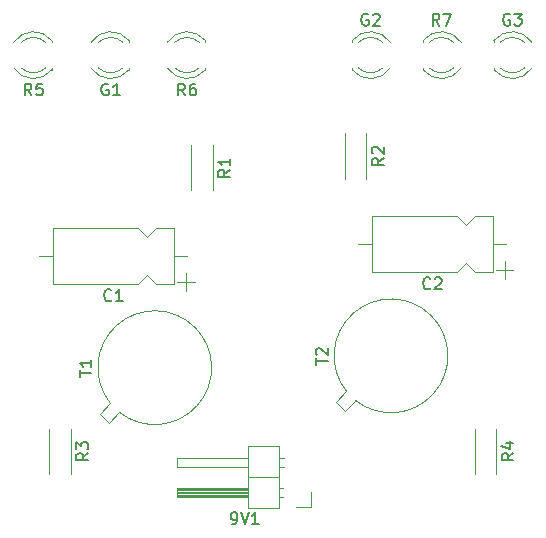
<source format=gbr>
%TF.GenerationSoftware,KiCad,Pcbnew,(5.1.12)-1*%
%TF.CreationDate,2023-08-13T12:23:47+05:30*%
%TF.ProjectId,dancing led,64616e63-696e-4672-906c-65642e6b6963,rev?*%
%TF.SameCoordinates,Original*%
%TF.FileFunction,Legend,Top*%
%TF.FilePolarity,Positive*%
%FSLAX46Y46*%
G04 Gerber Fmt 4.6, Leading zero omitted, Abs format (unit mm)*
G04 Created by KiCad (PCBNEW (5.1.12)-1) date 2023-08-13 12:23:47*
%MOMM*%
%LPD*%
G01*
G04 APERTURE LIST*
%ADD10C,0.120000*%
%ADD11C,0.150000*%
G04 APERTURE END LIST*
D10*
%TO.C,T2*%
X169002629Y-102234674D02*
G75*
G03*
X168225098Y-101457084I2997371J3774674D01*
G01*
X168225098Y-101457084D02*
X167334144Y-102348039D01*
X167334144Y-102348039D02*
X168111961Y-103125856D01*
X168111961Y-103125856D02*
X169002916Y-102234902D01*
%TO.C,T1*%
X149002629Y-103234674D02*
G75*
G03*
X148225098Y-102457084I2997371J3774674D01*
G01*
X148225098Y-102457084D02*
X147334144Y-103348039D01*
X147334144Y-103348039D02*
X148111961Y-104125856D01*
X148111961Y-104125856D02*
X149002916Y-103234902D01*
%TO.C,R7*%
X177311130Y-74079837D02*
G75*
G02*
X175229039Y-74080000I-1041130J1079837D01*
G01*
X177311130Y-71920163D02*
G75*
G03*
X175229039Y-71920000I-1041130J-1079837D01*
G01*
X177942335Y-74078608D02*
G75*
G02*
X174710000Y-74235516I-1672335J1078608D01*
G01*
X177942335Y-71921392D02*
G75*
G03*
X174710000Y-71764484I-1672335J-1078608D01*
G01*
X174710000Y-71764000D02*
X174710000Y-71920000D01*
X174710000Y-74080000D02*
X174710000Y-74236000D01*
%TO.C,R6*%
X153688870Y-71920163D02*
G75*
G02*
X155770961Y-71920000I1041130J-1079837D01*
G01*
X153688870Y-74079837D02*
G75*
G03*
X155770961Y-74080000I1041130J1079837D01*
G01*
X153057665Y-71921392D02*
G75*
G02*
X156290000Y-71764484I1672335J-1078608D01*
G01*
X153057665Y-74078608D02*
G75*
G03*
X156290000Y-74235516I1672335J1078608D01*
G01*
X156290000Y-74236000D02*
X156290000Y-74080000D01*
X156290000Y-71920000D02*
X156290000Y-71764000D01*
%TO.C,R5*%
X140688870Y-71920163D02*
G75*
G02*
X142770961Y-71920000I1041130J-1079837D01*
G01*
X140688870Y-74079837D02*
G75*
G03*
X142770961Y-74080000I1041130J1079837D01*
G01*
X140057665Y-71921392D02*
G75*
G02*
X143290000Y-71764484I1672335J-1078608D01*
G01*
X140057665Y-74078608D02*
G75*
G03*
X143290000Y-74235516I1672335J1078608D01*
G01*
X143290000Y-74236000D02*
X143290000Y-74080000D01*
X143290000Y-71920000D02*
X143290000Y-71764000D01*
%TO.C,R4*%
X180920000Y-104620000D02*
X180920000Y-108460000D01*
X179080000Y-104620000D02*
X179080000Y-108460000D01*
%TO.C,R3*%
X144920000Y-104620000D02*
X144920000Y-108460000D01*
X143080000Y-104620000D02*
X143080000Y-108460000D01*
%TO.C,R2*%
X169920000Y-79620000D02*
X169920000Y-83460000D01*
X168080000Y-79620000D02*
X168080000Y-83460000D01*
%TO.C,R1*%
X156920000Y-80620000D02*
X156920000Y-84460000D01*
X155080000Y-80620000D02*
X155080000Y-84460000D01*
%TO.C,G3*%
X183311130Y-74079837D02*
G75*
G02*
X181229039Y-74080000I-1041130J1079837D01*
G01*
X183311130Y-71920163D02*
G75*
G03*
X181229039Y-71920000I-1041130J-1079837D01*
G01*
X183942335Y-74078608D02*
G75*
G02*
X180710000Y-74235516I-1672335J1078608D01*
G01*
X183942335Y-71921392D02*
G75*
G03*
X180710000Y-71764484I-1672335J-1078608D01*
G01*
X180710000Y-71764000D02*
X180710000Y-71920000D01*
X180710000Y-74080000D02*
X180710000Y-74236000D01*
%TO.C,G2*%
X171311130Y-74079837D02*
G75*
G02*
X169229039Y-74080000I-1041130J1079837D01*
G01*
X171311130Y-71920163D02*
G75*
G03*
X169229039Y-71920000I-1041130J-1079837D01*
G01*
X171942335Y-74078608D02*
G75*
G02*
X168710000Y-74235516I-1672335J1078608D01*
G01*
X171942335Y-71921392D02*
G75*
G03*
X168710000Y-71764484I-1672335J-1078608D01*
G01*
X168710000Y-71764000D02*
X168710000Y-71920000D01*
X168710000Y-74080000D02*
X168710000Y-74236000D01*
%TO.C,G1*%
X147228870Y-71920163D02*
G75*
G02*
X149310961Y-71920000I1041130J-1079837D01*
G01*
X147228870Y-74079837D02*
G75*
G03*
X149310961Y-74080000I1041130J1079837D01*
G01*
X146597665Y-71921392D02*
G75*
G02*
X149830000Y-71764484I1672335J-1078608D01*
G01*
X146597665Y-74078608D02*
G75*
G03*
X149830000Y-74235516I1672335J1078608D01*
G01*
X149830000Y-74236000D02*
X149830000Y-74080000D01*
X149830000Y-71920000D02*
X149830000Y-71764000D01*
%TO.C,C2*%
X182370000Y-91200000D02*
X180870000Y-91200000D01*
X181620000Y-91950000D02*
X181620000Y-90450000D01*
X180620000Y-91370000D02*
X180620000Y-86630000D01*
X170380000Y-91370000D02*
X170380000Y-86630000D01*
X180620000Y-91370000D02*
X179120000Y-91370000D01*
X179120000Y-91370000D02*
X178370000Y-90620000D01*
X178370000Y-90620000D02*
X177620000Y-91370000D01*
X177620000Y-91370000D02*
X170380000Y-91370000D01*
X180620000Y-86630000D02*
X179120000Y-86630000D01*
X179120000Y-86630000D02*
X178370000Y-87380000D01*
X178370000Y-87380000D02*
X177620000Y-86630000D01*
X177620000Y-86630000D02*
X170380000Y-86630000D01*
X181760000Y-89000000D02*
X180620000Y-89000000D01*
X169240000Y-89000000D02*
X170380000Y-89000000D01*
%TO.C,C1*%
X155370000Y-92200000D02*
X153870000Y-92200000D01*
X154620000Y-92950000D02*
X154620000Y-91450000D01*
X153620000Y-92370000D02*
X153620000Y-87630000D01*
X143380000Y-92370000D02*
X143380000Y-87630000D01*
X153620000Y-92370000D02*
X152120000Y-92370000D01*
X152120000Y-92370000D02*
X151370000Y-91620000D01*
X151370000Y-91620000D02*
X150620000Y-92370000D01*
X150620000Y-92370000D02*
X143380000Y-92370000D01*
X153620000Y-87630000D02*
X152120000Y-87630000D01*
X152120000Y-87630000D02*
X151370000Y-88380000D01*
X151370000Y-88380000D02*
X150620000Y-87630000D01*
X150620000Y-87630000D02*
X143380000Y-87630000D01*
X154760000Y-90000000D02*
X153620000Y-90000000D01*
X142240000Y-90000000D02*
X143380000Y-90000000D01*
%TO.C,9V1*%
X162560000Y-111330000D02*
X162560000Y-106130000D01*
X162560000Y-106130000D02*
X159900000Y-106130000D01*
X159900000Y-106130000D02*
X159900000Y-111330000D01*
X159900000Y-111330000D02*
X162560000Y-111330000D01*
X159900000Y-110380000D02*
X153900000Y-110380000D01*
X153900000Y-110380000D02*
X153900000Y-109620000D01*
X153900000Y-109620000D02*
X159900000Y-109620000D01*
X159900000Y-110320000D02*
X153900000Y-110320000D01*
X159900000Y-110200000D02*
X153900000Y-110200000D01*
X159900000Y-110080000D02*
X153900000Y-110080000D01*
X159900000Y-109960000D02*
X153900000Y-109960000D01*
X159900000Y-109840000D02*
X153900000Y-109840000D01*
X159900000Y-109720000D02*
X153900000Y-109720000D01*
X162890000Y-110380000D02*
X162560000Y-110380000D01*
X162890000Y-109620000D02*
X162560000Y-109620000D01*
X162560000Y-108730000D02*
X159900000Y-108730000D01*
X159900000Y-107840000D02*
X153900000Y-107840000D01*
X153900000Y-107840000D02*
X153900000Y-107080000D01*
X153900000Y-107080000D02*
X159900000Y-107080000D01*
X162957071Y-107840000D02*
X162560000Y-107840000D01*
X162957071Y-107080000D02*
X162560000Y-107080000D01*
X165270000Y-110000000D02*
X165270000Y-111270000D01*
X165270000Y-111270000D02*
X164000000Y-111270000D01*
%TO.C,T2*%
D11*
X165632380Y-99221904D02*
X165632380Y-98650476D01*
X166632380Y-98936190D02*
X165632380Y-98936190D01*
X165727619Y-98364761D02*
X165680000Y-98317142D01*
X165632380Y-98221904D01*
X165632380Y-97983809D01*
X165680000Y-97888571D01*
X165727619Y-97840952D01*
X165822857Y-97793333D01*
X165918095Y-97793333D01*
X166060952Y-97840952D01*
X166632380Y-98412380D01*
X166632380Y-97793333D01*
%TO.C,T1*%
X145632380Y-100221904D02*
X145632380Y-99650476D01*
X146632380Y-99936190D02*
X145632380Y-99936190D01*
X146632380Y-98793333D02*
X146632380Y-99364761D01*
X146632380Y-99079047D02*
X145632380Y-99079047D01*
X145775238Y-99174285D01*
X145870476Y-99269523D01*
X145918095Y-99364761D01*
%TO.C,R7*%
X176103333Y-70492380D02*
X175770000Y-70016190D01*
X175531904Y-70492380D02*
X175531904Y-69492380D01*
X175912857Y-69492380D01*
X176008095Y-69540000D01*
X176055714Y-69587619D01*
X176103333Y-69682857D01*
X176103333Y-69825714D01*
X176055714Y-69920952D01*
X176008095Y-69968571D01*
X175912857Y-70016190D01*
X175531904Y-70016190D01*
X176436666Y-69492380D02*
X177103333Y-69492380D01*
X176674761Y-70492380D01*
%TO.C,R6*%
X154563333Y-76412380D02*
X154230000Y-75936190D01*
X153991904Y-76412380D02*
X153991904Y-75412380D01*
X154372857Y-75412380D01*
X154468095Y-75460000D01*
X154515714Y-75507619D01*
X154563333Y-75602857D01*
X154563333Y-75745714D01*
X154515714Y-75840952D01*
X154468095Y-75888571D01*
X154372857Y-75936190D01*
X153991904Y-75936190D01*
X155420476Y-75412380D02*
X155230000Y-75412380D01*
X155134761Y-75460000D01*
X155087142Y-75507619D01*
X154991904Y-75650476D01*
X154944285Y-75840952D01*
X154944285Y-76221904D01*
X154991904Y-76317142D01*
X155039523Y-76364761D01*
X155134761Y-76412380D01*
X155325238Y-76412380D01*
X155420476Y-76364761D01*
X155468095Y-76317142D01*
X155515714Y-76221904D01*
X155515714Y-75983809D01*
X155468095Y-75888571D01*
X155420476Y-75840952D01*
X155325238Y-75793333D01*
X155134761Y-75793333D01*
X155039523Y-75840952D01*
X154991904Y-75888571D01*
X154944285Y-75983809D01*
%TO.C,R5*%
X141563333Y-76412380D02*
X141230000Y-75936190D01*
X140991904Y-76412380D02*
X140991904Y-75412380D01*
X141372857Y-75412380D01*
X141468095Y-75460000D01*
X141515714Y-75507619D01*
X141563333Y-75602857D01*
X141563333Y-75745714D01*
X141515714Y-75840952D01*
X141468095Y-75888571D01*
X141372857Y-75936190D01*
X140991904Y-75936190D01*
X142468095Y-75412380D02*
X141991904Y-75412380D01*
X141944285Y-75888571D01*
X141991904Y-75840952D01*
X142087142Y-75793333D01*
X142325238Y-75793333D01*
X142420476Y-75840952D01*
X142468095Y-75888571D01*
X142515714Y-75983809D01*
X142515714Y-76221904D01*
X142468095Y-76317142D01*
X142420476Y-76364761D01*
X142325238Y-76412380D01*
X142087142Y-76412380D01*
X141991904Y-76364761D01*
X141944285Y-76317142D01*
%TO.C,R4*%
X182372380Y-106706666D02*
X181896190Y-107040000D01*
X182372380Y-107278095D02*
X181372380Y-107278095D01*
X181372380Y-106897142D01*
X181420000Y-106801904D01*
X181467619Y-106754285D01*
X181562857Y-106706666D01*
X181705714Y-106706666D01*
X181800952Y-106754285D01*
X181848571Y-106801904D01*
X181896190Y-106897142D01*
X181896190Y-107278095D01*
X181705714Y-105849523D02*
X182372380Y-105849523D01*
X181324761Y-106087619D02*
X182039047Y-106325714D01*
X182039047Y-105706666D01*
%TO.C,R3*%
X146372380Y-106706666D02*
X145896190Y-107040000D01*
X146372380Y-107278095D02*
X145372380Y-107278095D01*
X145372380Y-106897142D01*
X145420000Y-106801904D01*
X145467619Y-106754285D01*
X145562857Y-106706666D01*
X145705714Y-106706666D01*
X145800952Y-106754285D01*
X145848571Y-106801904D01*
X145896190Y-106897142D01*
X145896190Y-107278095D01*
X145372380Y-106373333D02*
X145372380Y-105754285D01*
X145753333Y-106087619D01*
X145753333Y-105944761D01*
X145800952Y-105849523D01*
X145848571Y-105801904D01*
X145943809Y-105754285D01*
X146181904Y-105754285D01*
X146277142Y-105801904D01*
X146324761Y-105849523D01*
X146372380Y-105944761D01*
X146372380Y-106230476D01*
X146324761Y-106325714D01*
X146277142Y-106373333D01*
%TO.C,R2*%
X171372380Y-81706666D02*
X170896190Y-82040000D01*
X171372380Y-82278095D02*
X170372380Y-82278095D01*
X170372380Y-81897142D01*
X170420000Y-81801904D01*
X170467619Y-81754285D01*
X170562857Y-81706666D01*
X170705714Y-81706666D01*
X170800952Y-81754285D01*
X170848571Y-81801904D01*
X170896190Y-81897142D01*
X170896190Y-82278095D01*
X170467619Y-81325714D02*
X170420000Y-81278095D01*
X170372380Y-81182857D01*
X170372380Y-80944761D01*
X170420000Y-80849523D01*
X170467619Y-80801904D01*
X170562857Y-80754285D01*
X170658095Y-80754285D01*
X170800952Y-80801904D01*
X171372380Y-81373333D01*
X171372380Y-80754285D01*
%TO.C,R1*%
X158372380Y-82706666D02*
X157896190Y-83040000D01*
X158372380Y-83278095D02*
X157372380Y-83278095D01*
X157372380Y-82897142D01*
X157420000Y-82801904D01*
X157467619Y-82754285D01*
X157562857Y-82706666D01*
X157705714Y-82706666D01*
X157800952Y-82754285D01*
X157848571Y-82801904D01*
X157896190Y-82897142D01*
X157896190Y-83278095D01*
X158372380Y-81754285D02*
X158372380Y-82325714D01*
X158372380Y-82040000D02*
X157372380Y-82040000D01*
X157515238Y-82135238D01*
X157610476Y-82230476D01*
X157658095Y-82325714D01*
%TO.C,G3*%
X182055714Y-69540000D02*
X181960476Y-69492380D01*
X181817619Y-69492380D01*
X181674761Y-69540000D01*
X181579523Y-69635238D01*
X181531904Y-69730476D01*
X181484285Y-69920952D01*
X181484285Y-70063809D01*
X181531904Y-70254285D01*
X181579523Y-70349523D01*
X181674761Y-70444761D01*
X181817619Y-70492380D01*
X181912857Y-70492380D01*
X182055714Y-70444761D01*
X182103333Y-70397142D01*
X182103333Y-70063809D01*
X181912857Y-70063809D01*
X182436666Y-69492380D02*
X183055714Y-69492380D01*
X182722380Y-69873333D01*
X182865238Y-69873333D01*
X182960476Y-69920952D01*
X183008095Y-69968571D01*
X183055714Y-70063809D01*
X183055714Y-70301904D01*
X183008095Y-70397142D01*
X182960476Y-70444761D01*
X182865238Y-70492380D01*
X182579523Y-70492380D01*
X182484285Y-70444761D01*
X182436666Y-70397142D01*
%TO.C,G2*%
X170055714Y-69540000D02*
X169960476Y-69492380D01*
X169817619Y-69492380D01*
X169674761Y-69540000D01*
X169579523Y-69635238D01*
X169531904Y-69730476D01*
X169484285Y-69920952D01*
X169484285Y-70063809D01*
X169531904Y-70254285D01*
X169579523Y-70349523D01*
X169674761Y-70444761D01*
X169817619Y-70492380D01*
X169912857Y-70492380D01*
X170055714Y-70444761D01*
X170103333Y-70397142D01*
X170103333Y-70063809D01*
X169912857Y-70063809D01*
X170484285Y-69587619D02*
X170531904Y-69540000D01*
X170627142Y-69492380D01*
X170865238Y-69492380D01*
X170960476Y-69540000D01*
X171008095Y-69587619D01*
X171055714Y-69682857D01*
X171055714Y-69778095D01*
X171008095Y-69920952D01*
X170436666Y-70492380D01*
X171055714Y-70492380D01*
%TO.C,G1*%
X148055714Y-75460000D02*
X147960476Y-75412380D01*
X147817619Y-75412380D01*
X147674761Y-75460000D01*
X147579523Y-75555238D01*
X147531904Y-75650476D01*
X147484285Y-75840952D01*
X147484285Y-75983809D01*
X147531904Y-76174285D01*
X147579523Y-76269523D01*
X147674761Y-76364761D01*
X147817619Y-76412380D01*
X147912857Y-76412380D01*
X148055714Y-76364761D01*
X148103333Y-76317142D01*
X148103333Y-75983809D01*
X147912857Y-75983809D01*
X149055714Y-76412380D02*
X148484285Y-76412380D01*
X148770000Y-76412380D02*
X148770000Y-75412380D01*
X148674761Y-75555238D01*
X148579523Y-75650476D01*
X148484285Y-75698095D01*
%TO.C,C2*%
X175333333Y-92727142D02*
X175285714Y-92774761D01*
X175142857Y-92822380D01*
X175047619Y-92822380D01*
X174904761Y-92774761D01*
X174809523Y-92679523D01*
X174761904Y-92584285D01*
X174714285Y-92393809D01*
X174714285Y-92250952D01*
X174761904Y-92060476D01*
X174809523Y-91965238D01*
X174904761Y-91870000D01*
X175047619Y-91822380D01*
X175142857Y-91822380D01*
X175285714Y-91870000D01*
X175333333Y-91917619D01*
X175714285Y-91917619D02*
X175761904Y-91870000D01*
X175857142Y-91822380D01*
X176095238Y-91822380D01*
X176190476Y-91870000D01*
X176238095Y-91917619D01*
X176285714Y-92012857D01*
X176285714Y-92108095D01*
X176238095Y-92250952D01*
X175666666Y-92822380D01*
X176285714Y-92822380D01*
%TO.C,C1*%
X148333333Y-93727142D02*
X148285714Y-93774761D01*
X148142857Y-93822380D01*
X148047619Y-93822380D01*
X147904761Y-93774761D01*
X147809523Y-93679523D01*
X147761904Y-93584285D01*
X147714285Y-93393809D01*
X147714285Y-93250952D01*
X147761904Y-93060476D01*
X147809523Y-92965238D01*
X147904761Y-92870000D01*
X148047619Y-92822380D01*
X148142857Y-92822380D01*
X148285714Y-92870000D01*
X148333333Y-92917619D01*
X149285714Y-93822380D02*
X148714285Y-93822380D01*
X149000000Y-93822380D02*
X149000000Y-92822380D01*
X148904761Y-92965238D01*
X148809523Y-93060476D01*
X148714285Y-93108095D01*
%TO.C,9V1*%
X158519761Y-112722380D02*
X158710238Y-112722380D01*
X158805476Y-112674761D01*
X158853095Y-112627142D01*
X158948333Y-112484285D01*
X158995952Y-112293809D01*
X158995952Y-111912857D01*
X158948333Y-111817619D01*
X158900714Y-111770000D01*
X158805476Y-111722380D01*
X158615000Y-111722380D01*
X158519761Y-111770000D01*
X158472142Y-111817619D01*
X158424523Y-111912857D01*
X158424523Y-112150952D01*
X158472142Y-112246190D01*
X158519761Y-112293809D01*
X158615000Y-112341428D01*
X158805476Y-112341428D01*
X158900714Y-112293809D01*
X158948333Y-112246190D01*
X158995952Y-112150952D01*
X159281666Y-111722380D02*
X159615000Y-112722380D01*
X159948333Y-111722380D01*
X160805476Y-112722380D02*
X160234047Y-112722380D01*
X160519761Y-112722380D02*
X160519761Y-111722380D01*
X160424523Y-111865238D01*
X160329285Y-111960476D01*
X160234047Y-112008095D01*
%TD*%
M02*

</source>
